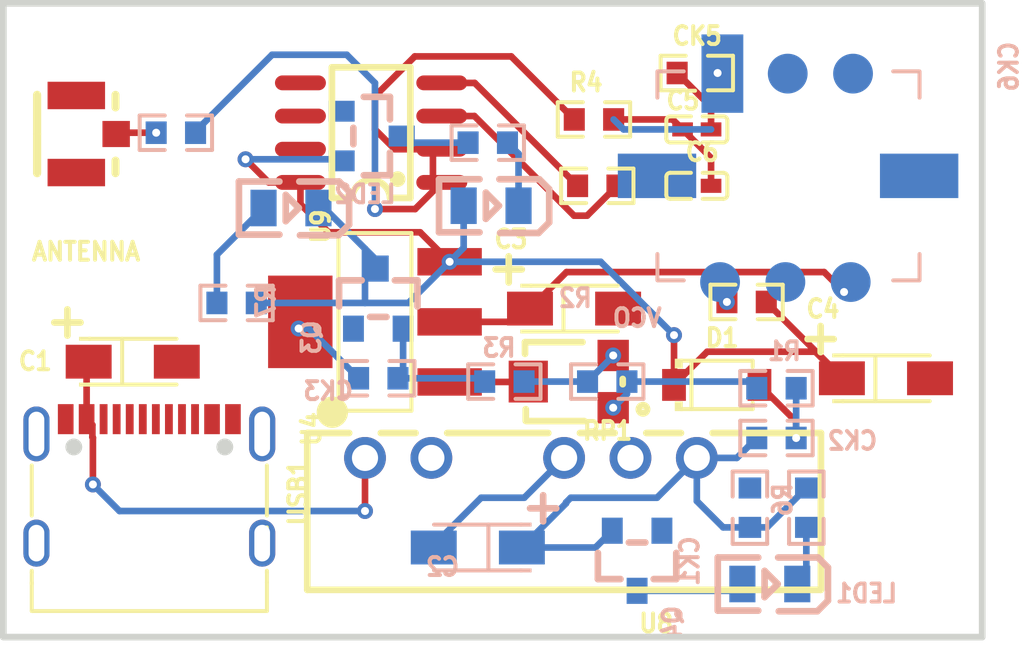
<source format=kicad_pcb>
(kicad_pcb (version 20240108) (generator "pcbnew") (generator_version "8.0")
  (layers (0 "F.Cu" signal "Top Layer") (31 "B.Cu" signal "Bottom Layer") (34 "B.Paste" user "Bottom Paste Mask Layer") (35 "F.Paste" user "Top Paste Mask Layer") (36 "B.SilkS" user "Bottom Silkscreen Layer") (37 "F.SilkS" user "Top Silkscreen Layer") (38 "B.Mask" user "Bottom Solder Mask Layer") (39 "F.Mask" user "Top Solder Mask Layer") (44 "Edge.Cuts" user "Multi-Layer"))
  (net 0 "")
  (net 1 "GND")
  (net 2 "RFOUT")
  (net 3 "VT")
  (net 4 "POWER")
  (net 5 "VCC+")
  (net 6 "$4N521")
  (net 7 "$4N526")
  (net 8 "SIGNAL")
  (net 9 "$6N421")
  (net 10 "$6N289")
  (net 11 "$3N135")
  (net 12 "$4N812")
  (net 13 "VCC-")
  (net 14 "ADJ")
  (net 15 "VCC9V+")
  (net 16 "$5N863")
  (footprint "ProPrj_Signal-blocker-Minimal_2025-02-25:SOT-223_L6.3-W3.5-P2.30-LS7.0-BR" (layer "F.Cu") (at 145.367 103.716)
    (property "Reference" "U4" (at -2.032 4.826 450) (layer "F.SilkS") (effects (font (size 0.686 0.6285) (thickness 0.1525)) (justify left bottom)))
    (property "Value" "")
    (pad "1" smd rect (at 2.8575 2.3) (size 2.465 1.05) (layers "F.Cu" "F.Paste" "F.Mask") (net 14 "ADJ"))
    (pad "2" smd rect (at 2.8575 0) (size 2.465 1.05) (layers "F.Cu" "F.Paste" "F.Mask") (net 3 "VT"))
    (pad "3" smd rect (at 2.8575 -2.3) (size 2.465 1.05) (layers "F.Cu" "F.Paste" "F.Mask") (net 5 "VCC+"))
    (pad "4" smd rect (at -2.8575 0) (size 2.465 3.54) (layers "F.Cu" "F.Paste" "F.Mask") (net 12 "$4N812"))
  )
  (footprint "ProPrj_Signal-blocker-Minimal_2025-02-25:CAP-SMD_L3.2-W1.6-RD-C7171" (layer "F.Cu") (at 164.925 105.875)
    (property "Reference" "C4" (at -3.127 -2.254 720) (layer "F.SilkS") (effects (font (size 0.686 0.6285) (thickness 0.1525)) (justify left bottom)))
    (property "Value" "")
    (pad "1" smd rect (at -1.6865 0 180) (size 1.7575 1.296) (layers "F.Cu" "F.Paste" "F.Mask") (net 5 "VCC+"))
    (pad "2" smd rect (at 1.6865 0 180) (size 1.7575 1.296) (layers "F.Cu" "F.Paste" "F.Mask") (net 1 "GND"))
  )
  (footprint "ProPrj_Signal-blocker-Minimal_2025-02-25:R0603" (layer "F.Cu") (at 157.686 94.191 180)
    (property "Reference" "CK5" (at 1.016 1.016 -360) (layer "F.SilkS") (effects (font (size 0.686 0.6285) (thickness 0.1525)) (justify left bottom)))
    (property "Value" "")
    (pad "1" smd rect (at -0.7535 0 180) (size 0.8065 0.864) (layers "F.Cu" "F.Paste" "F.Mask") (net 8 "SIGNAL"))
    (pad "2" smd rect (at 0.7535 0 180) (size 0.8065 0.864) (layers "F.Cu" "F.Paste" "F.Mask") (net 9 "$6N421"))
  )
  (footprint "ProPrj_Signal-blocker-Minimal_2025-02-25:RES-ADJ-SMD_3P-L3.0-W3.8-P1.75-BR" (layer "F.Cu") (at 152.86 106.002)
    (property "Reference" "RP1" (at 0.381 2.286 1260) (layer "F.SilkS") (effects (font (size 0.686 0.6285) (thickness 0.1525)) (justify left bottom)))
    (property "Value" "")
    (pad "1" smd rect (at 1.625 1 90) (size 1.2 1.2) (layers "F.Cu" "F.Paste" "F.Mask") (net 7 "$4N526"))
    (pad "2" smd rect (at -1.625 0 90) (size 1.6 1.5) (layers "F.Cu" "F.Paste" "F.Mask") (net 14 "ADJ"))
    (pad "3" smd rect (at 1.625 -1 90) (size 1.2 1.2) (layers "F.Cu" "F.Paste" "F.Mask") (net 6 "$4N521"))
  )
  (footprint "ProPrj_Signal-blocker-Minimal_2025-02-25:TYPE-C-SMD_HDGC_TYPE-C-ZL-104PWB" (layer "F.Cu") (at 136.731 109.812)
    (property "Reference" "USB1" (at 6.096 1.778 450) (layer "F.SilkS") (effects (font (size 0.686 0.6285) (thickness 0.1525)) (justify left bottom)))
    (property "Value" "")
    (fp_poly (pts (xy -2.565 -1.308) (xy -2.5846 -1.419157) (xy -2.641036 -1.516906) (xy -2.7275 -1.589458) (xy -2.833564 -1.628063) (xy -2.946436 -1.628063) (xy -3.0525 -1.589458) (xy -3.138964 -1.516906) (xy -3.1954 -1.419157) (xy -3.215 -1.308) (xy -3.1954 -1.196843) (xy -3.138964 -1.099094) (xy -3.0525 -1.026542) (xy -2.946436 -0.987937) (xy -2.833564 -0.987937) (xy -2.7275 -1.026542) (xy -2.641036 -1.099094) (xy -2.5846 -1.196843)) (fill solid) (layer "Edge.Cuts"))
    (fp_poly (pts (xy 3.215 -1.308) (xy 3.1954 -1.419157) (xy 3.138964 -1.516906) (xy 3.0525 -1.589458) (xy 2.946436 -1.628063) (xy 2.833564 -1.628063) (xy 2.7275 -1.589458) (xy 2.641036 -1.516906) (xy 2.5846 -1.419157) (xy 2.565 -1.308) (xy 2.5846 -1.196843) (xy 2.641036 -1.099094) (xy 2.7275 -1.026542) (xy 2.833564 -0.987937) (xy 2.946436 -0.987937) (xy 3.0525 -1.026542) (xy 3.138964 -1.099094) (xy 3.1954 -1.196843)) (fill solid) (layer "Edge.Cuts"))
    (pad "12" thru_hole oval (at -4.32 -1.8075) (size 1 2.1) (drill oval 0.6 1.7) (layers "*.Cu" "*.Mask") (net 1 "GND"))
    (pad "13" thru_hole oval (at 4.32 -1.8075) (size 1 2.1) (drill oval 0.6 1.7) (layers "*.Cu" "*.Mask") (net 1 "GND"))
    (pad "14" thru_hole oval (at -4.32 2.3725) (size 1 1.8) (drill oval 0.6 1.4) (layers "*.Cu" "*.Mask") (net 1 "GND"))
    (pad "15" thru_hole oval (at 4.32 2.3725) (size 1 1.8) (drill oval 0.6 1.4) (layers "*.Cu" "*.Mask") (net 1 "GND"))
    (pad "A1B12" smd rect (at -3.2 -2.3725) (size 0.6 1.15) (layers "F.Cu" "F.Paste" "F.Mask") (net 1 "GND"))
    (pad "A4B9" smd rect (at -2.4 -2.3725) (size 0.6 1.15) (layers "F.Cu" "F.Paste" "F.Mask") (net 4 "POWER"))
    (pad "A5" smd rect (at -1.25 -2.3725) (size 0.3 1.15) (layers "F.Cu" "F.Paste" "F.Mask"))
    (pad "A6" smd rect (at -0.25 -2.3725) (size 0.3 1.15) (layers "F.Cu" "F.Paste" "F.Mask"))
    (pad "A7" smd rect (at 0.25 -2.3725) (size 0.3 1.15) (layers "F.Cu" "F.Paste" "F.Mask"))
    (pad "A8" smd rect (at 1.25 -2.3725) (size 0.3 1.15) (layers "F.Cu" "F.Paste" "F.Mask"))
    (pad "A9B4" smd rect (at 2.4 -2.3725) (size 0.6 1.15) (layers "F.Cu" "F.Paste" "F.Mask") (net 4 "POWER"))
    (pad "A12B1" smd rect (at 3.2 -2.3725) (size 0.6 1.15) (layers "F.Cu" "F.Paste" "F.Mask") (net 1 "GND"))
    (pad "B5" smd rect (at 1.75 -2.3725) (size 0.3 1.15) (layers "F.Cu" "F.Paste" "F.Mask"))
    (pad "B6" smd rect (at 0.75 -2.3725) (size 0.3 1.15) (layers "F.Cu" "F.Paste" "F.Mask"))
    (pad "B7" smd rect (at -0.75 -2.3725) (size 0.3 1.15) (layers "F.Cu" "F.Paste" "F.Mask"))
    (pad "B8" smd rect (at -1.75 -2.3725) (size 0.3 1.15) (layers "F.Cu" "F.Paste" "F.Mask"))
  )
  (footprint "ProPrj_Signal-blocker-Minimal_2025-02-25:C0402" (layer "F.Cu") (at 157.686 98.509)
    (property "Reference" "C6" (at -0.508 -0.889 1080) (layer "F.SilkS") (effects (font (size 0.686 0.6285) (thickness 0.1525)) (justify left bottom)))
    (property "Value" "")
    (pad "1" smd rect (at -0.545 0) (size 0.79 0.54) (layers "F.Cu" "F.Paste" "F.Mask") (net 10 "$6N289"))
    (pad "2" smd rect (at 0.545 0) (size 0.79 0.54) (layers "F.Cu" "F.Paste" "F.Mask") (net 9 "$6N421"))
  )
  (footprint "ProPrj_Signal-blocker-Minimal_2025-02-25:PWRM-TH_A05XXS-1WR3" (layer "F.Cu") (at 151.336 108.923)
    (property "Reference" "U8" (at 4.064 6.731 360) (layer "F.SilkS") (effects (font (size 0.686 0.6285) (thickness 0.1525)) (justify left bottom)))
    (property "Value" "")
    (pad "1" thru_hole circle (at -6.35 0) (size 1.6 1.6) (drill 1) (layers "*.Cu" "*.Mask") (net 4 "POWER"))
    (pad "2" thru_hole circle (at -3.81 0) (size 1.6 1.6) (drill 1) (layers "*.Cu" "*.Mask") (net 1 "GND"))
    (pad "4" thru_hole circle (at 1.27 0) (size 1.6 1.6) (drill 1) (layers "*.Cu" "*.Mask") (net 13 "VCC-"))
    (pad "5" thru_hole circle (at 3.81 0) (size 1.6 1.6) (drill 1) (layers "*.Cu" "*.Mask"))
    (pad "6" thru_hole circle (at 6.35 0) (size 1.6 1.6) (drill 1) (layers "*.Cu" "*.Mask") (net 15 "VCC9V+"))
  )
  (footprint "ProPrj_Signal-blocker-Minimal_2025-02-25:R0603" (layer "F.Cu") (at 159.591 102.954 180)
    (property "Reference" "CK4" (hide yes))
    (property "Value" "")
    (pad "1" smd rect (at -0.7535 0 180) (size 0.8065 0.864) (layers "F.Cu" "F.Paste" "F.Mask") (net 5 "VCC+"))
    (pad "2" smd rect (at 0.7535 0 180) (size 0.8065 0.864) (layers "F.Cu" "F.Paste" "F.Mask") (net 5 "VCC+"))
  )
  (footprint "ProPrj_Signal-blocker-Minimal_2025-02-25:CAP-SMD_L3.2-W1.6-RD-C7171" (layer "F.Cu") (at 136.096 105.24)
    (property "Reference" "C1" (at -4.445 0.381 360) (layer "F.SilkS") (effects (font (size 0.686 0.6285) (thickness 0.1525)) (justify left bottom)))
    (property "Value" "")
    (pad "1" smd rect (at -1.6865 0 180) (size 1.7575 1.296) (layers "F.Cu" "F.Paste" "F.Mask") (net 4 "POWER"))
    (pad "2" smd rect (at 1.6865 0 180) (size 1.7575 1.296) (layers "F.Cu" "F.Paste" "F.Mask") (net 1 "GND"))
  )
  (footprint "ProPrj_Signal-blocker-Minimal_2025-02-25:SOD-123_L2.7-W1.6-LS3.7-RD" (layer "F.Cu") (at 158.448 106.129)
    (property "Reference" "D1" (at -0.508 -1.397 1800) (layer "F.SilkS") (effects (font (size 0.686 0.6285) (thickness 0.1525)) (justify left bottom)))
    (property "Value" "")
    (pad "1" smd rect (at -1.635 0) (size 0.91 1.22) (layers "F.Cu" "F.Paste" "F.Mask") (net 5 "VCC+"))
    (pad "2" smd rect (at 1.635 0) (size 0.91 1.22) (layers "F.Cu" "F.Paste" "F.Mask") (net 5 "VCC+"))
  )
  (footprint "ProPrj_Signal-blocker-Minimal_2025-02-25:SOIC-8_L5.0-W4.0-P1.27-LS6.0-BL" (layer "F.Cu") (at 145.22 96.4735 90)
    (property "Reference" "U9" (at -4.318 -1.524 810) (layer "F.SilkS") (effects (font (size 0.686 0.6285) (thickness 0.1525)) (justify left bottom)))
    (property "Value" "")
    (pad "1" smd oval (at -1.905 2.705 90) (size 0.5685 1.95) (layers "F.Cu" "F.Paste" "F.Mask") (net 2 "RFOUT"))
    (pad "2" smd oval (at -0.635 2.705 90) (size 0.5685 1.95) (layers "F.Cu" "F.Paste" "F.Mask") (net 2 "RFOUT"))
    (pad "3" smd oval (at 0.635 2.705 90) (size 0.5685 1.95) (layers "F.Cu" "F.Paste" "F.Mask") (net 10 "$6N289"))
    (pad "4" smd oval (at 1.905 2.705 90) (size 0.5685 1.95) (layers "F.Cu" "F.Paste" "F.Mask") (net 1 "GND"))
    (pad "5" smd oval (at 1.905 -2.705 90) (size 0.5685 1.95) (layers "F.Cu" "F.Paste" "F.Mask"))
    (pad "6" smd oval (at 0.635 -2.705 90) (size 0.5685 1.95) (layers "F.Cu" "F.Paste" "F.Mask"))
    (pad "7" smd oval (at -0.635 -2.705 90) (size 0.5685 1.95) (layers "F.Cu" "F.Paste" "F.Mask"))
    (pad "8" smd oval (at -1.905 -2.705 90) (size 0.5685 1.95) (layers "F.Cu" "F.Paste" "F.Mask") (net 5 "VCC+"))
  )
  (footprint "ProPrj_Signal-blocker-Minimal_2025-02-25:CAP-SMD_L3.2-W1.6-RD-C7171" (layer "F.Cu") (at 152.987 103.208)
    (property "Reference" "C3" (at -3.127 -2.254 0) (layer "F.SilkS") (effects (font (size 0.686 0.6285) (thickness 0.1525)) (justify left bottom)))
    (property "Value" "")
    (pad "1" smd rect (at -1.6865 0 180) (size 1.7575 1.296) (layers "F.Cu" "F.Paste" "F.Mask") (net 3 "VT"))
    (pad "2" smd rect (at 1.6865 0 180) (size 1.7575 1.296) (layers "F.Cu" "F.Paste" "F.Mask") (net 1 "GND"))
  )
  (footprint "ProPrj_Signal-blocker-Minimal_2025-02-25:wire" (layer "F.Cu") (at 132.159 98.636 90)
    (property "Reference" "ANTENNA" (at -2.794 0 360) (layer "F.SilkS") (effects (font (size 0.686 0.6285) (thickness 0.1525)) (justify left bottom)))
    (property "Value" "")
    (pad "1" smd rect (at 0.635 1.778 180) (size 2.2 1.05) (layers "F.Cu" "F.Paste" "F.Mask") (net 1 "GND"))
    (pad "2" smd rect (at 2.11 3.303 90) (size 1 1.05) (layers "F.Cu" "F.Paste" "F.Mask") (net 11 "$3N135"))
    (pad "3" smd rect (at 3.585 1.778 180) (size 2.2 1.05) (layers "F.Cu" "F.Paste" "F.Mask") (net 1 "GND"))
  )
  (footprint "ProPrj_Signal-blocker-Minimal_2025-02-25:C0402" (layer "F.Cu") (at 157.686 96.35)
    (property "Reference" "C5" (at -1.245 -0.702 1080) (layer "F.SilkS") (effects (font (size 0.686 0.6285) (thickness 0.1525)) (justify left bottom)))
    (property "Value" "")
    (pad "1" smd rect (at -0.545 0) (size 0.79 0.54) (layers "F.Cu" "F.Paste" "F.Mask") (net 9 "$6N421"))
    (pad "2" smd rect (at 0.545 0) (size 0.79 0.54) (layers "F.Cu" "F.Paste" "F.Mask") (net 9 "$6N421"))
  )
  (footprint "ProPrj_Signal-blocker-Minimal_2025-02-25:R0603" (layer "F.Cu") (at 153.876 98.509)
    (property "Reference" "R5" (hide yes))
    (property "Value" "")
    (pad "1" smd rect (at -0.7535 0) (size 0.8065 0.864) (layers "F.Cu" "F.Paste" "F.Mask") (net 1 "GND"))
    (pad "2" smd rect (at 0.7535 0) (size 0.8065 0.864) (layers "F.Cu" "F.Paste" "F.Mask") (net 10 "$6N289"))
  )
  (footprint "ProPrj_Signal-blocker-Minimal_2025-02-25:R0603" (layer "F.Cu") (at 153.749 95.969 180)
    (property "Reference" "R4" (at 1.016 1.016 360) (layer "F.SilkS") (effects (font (size 0.686 0.6285) (thickness 0.1525)) (justify left bottom)))
    (property "Value" "")
    (pad "1" smd rect (at -0.7535 0 180) (size 0.8065 0.864) (layers "F.Cu" "F.Paste" "F.Mask") (net 9 "$6N421"))
    (pad "2" smd rect (at 0.7535 0 180) (size 0.8065 0.864) (layers "F.Cu" "F.Paste" "F.Mask") (net 2 "RFOUT"))
  )
  (footprint "ProPrj_Signal-blocker-Minimal_2025-02-25:R0603" (layer "B.Cu") (at 154.257 106.002)
    (property "Reference" "R2" (at -0.508 -2.794 -1260) (layer "B.SilkS") (effects (font (size 0.686 0.6285) (thickness 0.1525)) (justify left bottom mirror)))
    (property "Value" "")
    (pad "1" smd rect (at -0.7535 0) (size 0.8065 0.864) (layers "B.Cu" "B.Paste" "B.Mask") (net 6 "$4N521"))
    (pad "2" smd rect (at 0.7535 0) (size 0.8065 0.864) (layers "B.Cu" "B.Paste" "B.Mask") (net 7 "$4N526"))
  )
  (footprint "ProPrj_Signal-blocker-Minimal_2025-02-25:CAP-SMD_L3.2-W1.6-RD-C7171" (layer "B.Cu") (at 149.304 112.352 180)
    (property "Reference" "C2" (at 0.635 -1.143 -1980) (layer "B.SilkS") (effects (font (size 0.686 0.6285) (thickness 0.1525)) (justify left bottom mirror)))
    (property "Value" "")
    (pad "1" smd rect (at -1.6865 0) (size 1.7575 1.296) (layers "B.Cu" "B.Paste" "B.Mask") (net 15 "VCC9V+"))
    (pad "2" smd rect (at 1.6865 0) (size 1.7575 1.296) (layers "B.Cu" "B.Paste" "B.Mask") (net 13 "VCC-"))
  )
  (footprint "ProPrj_Signal-blocker-Minimal_2025-02-25:R0603" (layer "B.Cu") (at 140.0715 102.9915 180)
    (property "Reference" "R7" (at -1.524 0.762 -450) (layer "B.SilkS") (effects (font (size 0.686 0.6285) (thickness 0.1525)) (justify left bottom mirror)))
    (property "Value" "")
    (pad "1" smd rect (at -0.7535 0 180) (size 0.8065 0.864) (layers "B.Cu" "B.Paste" "B.Mask") (net 5 "VCC+"))
    (pad "2" smd rect (at 0.7535 0 180) (size 0.8065 0.864) (layers "B.Cu" "B.Paste" "B.Mask") (net 16 "$5N863"))
  )
  (footprint "ProPrj_Signal-blocker-Minimal_2025-02-25:R0603" (layer "B.Cu") (at 145.494 105.875)
    (property "Reference" "CK3" (at -0.889 0.889 -900) (layer "B.SilkS") (effects (font (size 0.686 0.6285) (thickness 0.1525)) (justify left bottom mirror)))
    (property "Value" "")
    (pad "1" smd rect (at -0.7535 0) (size 0.8065 0.864) (layers "B.Cu" "B.Paste" "B.Mask") (net 12 "$4N812"))
    (pad "2" smd rect (at 0.7535 0) (size 0.8065 0.864) (layers "B.Cu" "B.Paste" "B.Mask") (net 7 "$4N526"))
  )
  (footprint "ProPrj_Signal-blocker-Minimal_2025-02-25:R0603" (layer "B.Cu") (at 159.718 110.828 -90)
    (property "Reference" "CK1" (at 1.016 1.905 -810) (layer "B.SilkS") (effects (font (size 0.686 0.6285) (thickness 0.1525)) (justify left bottom mirror)))
    (property "Value" "")
    (pad "1" smd rect (at -0.7535 0 270) (size 0.8065 0.864) (layers "B.Cu" "B.Paste" "B.Mask") (net 15 "VCC9V+"))
    (pad "2" smd rect (at 0.7535 0 270) (size 0.8065 0.864) (layers "B.Cu" "B.Paste" "B.Mask") (net 15 "VCC9V+"))
  )
  (footprint "ProPrj_Signal-blocker-Minimal_2025-02-25:LED0805-R-RD" (layer "B.Cu") (at 160.48 113.749 180)
    (property "Reference" "LED1" (at -4.953 -0.762 -0) (layer "B.SilkS") (effects (font (size 0.686 0.6285) (thickness 0.1525)) (justify left bottom mirror)))
    (property "Value" "")
    (pad "1" smd rect (at 1.0505 0) (size 1 1.3995) (layers "B.Cu" "B.Paste" "B.Mask") (net 15 "VCC9V+"))
    (pad "2" smd rect (at -1.0505 0) (size 1 1.3995) (layers "B.Cu" "B.Paste" "B.Mask") (net 15 "VCC9V+"))
  )
  (footprint "ProPrj_Signal-blocker-Minimal_2025-02-25:R0603" (layer "B.Cu") (at 137.747 96.477 180)
    (property "Reference" "CK6" (at -32.28 3.5585 450) (layer "B.SilkS") (effects (font (size 0.686 0.6285) (thickness 0.1525)) (justify left bottom mirror)))
    (property "Value" "")
    (pad "1" smd rect (at -0.7535 0 180) (size 0.8065 0.864) (layers "B.Cu" "B.Paste" "B.Mask") (net 2 "RFOUT"))
    (pad "2" smd rect (at 0.7535 0 180) (size 0.8065 0.864) (layers "B.Cu" "B.Paste" "B.Mask") (net 11 "$3N135"))
  )
  (footprint "ProPrj_Signal-blocker-Minimal_2025-02-25:R0603" (layer "B.Cu") (at 160.734 108.161)
    (property "Reference" "CK2" (at 3.937 0.508 -360) (layer "B.SilkS") (effects (font (size 0.686 0.6285) (thickness 0.1525)) (justify left bottom mirror)))
    (property "Value" "")
    (pad "1" smd rect (at -0.7535 0) (size 0.8065 0.864) (layers "B.Cu" "B.Paste" "B.Mask") (net 15 "VCC9V+"))
    (pad "2" smd rect (at 0.7535 0) (size 0.8065 0.864) (layers "B.Cu" "B.Paste" "B.Mask") (net 5 "VCC+"))
  )
  (footprint "ProPrj_Signal-blocker-Minimal_2025-02-25:LED0805-R-RD" (layer "B.Cu") (at 149.812 99.271 180)
    (property "Reference" "LED2" (hide yes))
    (property "Value" "")
    (pad "1" smd rect (at 1.0505 0) (size 1 1.3995) (layers "B.Cu" "B.Paste" "B.Mask") (net 5 "VCC+"))
    (pad "2" smd rect (at -1.0505 0) (size 1 1.3995) (layers "B.Cu" "B.Paste" "B.Mask") (net 16 "$5N863"))
  )
  (footprint "ProPrj_Signal-blocker-Minimal_2025-02-25:S8050_SOT-23" (layer "B.Cu") (at 155.273 112.86 90)
    (property "Reference" "Q4" (at -1.65 1.881 270) (layer "B.SilkS") (effects (font (size 0.686 0.6285) (thickness 0.1525)) (justify left bottom mirror)))
    (property "Value" "")
    (pad "1" smd rect (at 1.15 -0.823 270) (size 1 0.8) (layers "B.Cu" "B.Paste" "B.Mask") (net 15 "VCC9V+"))
    (pad "2" smd rect (at 1.15 1.077 270) (size 1 0.8) (layers "B.Cu" "B.Paste" "B.Mask") (net 1 "GND"))
    (pad "3" smd rect (at -1.15 0.127 270) (size 1 0.8) (layers "B.Cu" "B.Paste" "B.Mask") (net 15 "VCC9V+"))
  )
  (footprint "ProPrj_Signal-blocker-Minimal_2025-02-25:LED0805-R-RD" (layer "B.Cu") (at 142.153 99.3585 180)
    (property "Reference" "LED2" (at -4.0855 0.1275 -0) (layer "B.SilkS") (effects (font (size 0.686 0.6285) (thickness 0.1525)) (justify left bottom mirror)))
    (property "Value" "")
    (pad "1" smd rect (at 1.0505 0) (size 1 1.3995) (layers "B.Cu" "B.Paste" "B.Mask") (net 16 "$5N863"))
    (pad "2" smd rect (at -1.0505 0) (size 1 1.3995) (layers "B.Cu" "B.Paste" "B.Mask") (net 5 "VCC+"))
  )
  (footprint "ProPrj_Signal-blocker-Minimal_2025-02-25:R0603" (layer "B.Cu") (at 150.32 106.002 180)
    (property "Reference" "R3" (at -0.508 0.889 -360) (layer "B.SilkS") (effects (font (size 0.686 0.6285) (thickness 0.1525)) (justify left bottom mirror)))
    (property "Value" "")
    (pad "1" smd rect (at -0.7535 0 180) (size 0.8065 0.864) (layers "B.Cu" "B.Paste" "B.Mask") (net 6 "$4N521"))
    (pad "2" smd rect (at 0.7535 0 180) (size 0.8065 0.864) (layers "B.Cu" "B.Paste" "B.Mask") (net 7 "$4N526"))
  )
  (footprint "ProPrj_Signal-blocker-Minimal_2025-02-25:R0603" (layer "B.Cu") (at 161.877 110.828 -90)
    (property "Reference" "R6" (at -1.016 0.508 450) (layer "B.SilkS") (effects (font (size 0.686 0.6285) (thickness 0.1525)) (justify left bottom mirror)))
    (property "Value" "")
    (pad "1" smd rect (at -0.7535 0 270) (size 0.8065 0.864) (layers "B.Cu" "B.Paste" "B.Mask") (net 15 "VCC9V+"))
    (pad "2" smd rect (at 0.7535 0 270) (size 0.8065 0.864) (layers "B.Cu" "B.Paste" "B.Mask") (net 15 "VCC9V+"))
  )
  (footprint "ProPrj_Signal-blocker-Minimal_2025-02-25:R0603" (layer "B.Cu") (at 149.685 96.858)
    (property "Reference" "R6" (hide yes))
    (property "Value" "")
    (pad "1" smd rect (at -0.7535 0) (size 0.8065 0.864) (layers "B.Cu" "B.Paste" "B.Mask") (net 5 "VCC+"))
    (pad "2" smd rect (at 0.7535 0) (size 0.8065 0.864) (layers "B.Cu" "B.Paste" "B.Mask") (net 16 "$5N863"))
  )
  (footprint "ProPrj_Signal-blocker-Minimal_2025-02-25:S8050_SOT-23" (layer "B.Cu") (at 145.24 96.731 180)
    (property "Reference" "Q3" (hide yes))
    (property "Value" "")
    (pad "1" smd rect (at 1.15 -0.823) (size 1 0.8) (layers "B.Cu" "B.Paste" "B.Mask") (net 5 "VCC+"))
    (pad "2" smd rect (at 1.15 1.077) (size 1 0.8) (layers "B.Cu" "B.Paste" "B.Mask") (net 1 "GND"))
    (pad "3" smd rect (at -1.15 0.127) (size 1 0.8) (layers "B.Cu" "B.Paste" "B.Mask") (net 5 "VCC+"))
  )
  (footprint "ProPrj_Signal-blocker-Minimal_2025-02-25:S8050_SOT-23" (layer "B.Cu") (at 145.621 102.827 -90)
    (property "Reference" "Q3" (at 0.762 2.286 450) (layer "B.SilkS") (effects (font (size 0.686 0.6285) (thickness 0.1525)) (justify left bottom mirror)))
    (property "Value" "")
    (pad "1" smd rect (at 1.15 -0.823 90) (size 1 0.8) (layers "B.Cu" "B.Paste" "B.Mask") (net 7 "$4N526"))
    (pad "2" smd rect (at 1.15 1.077 90) (size 1 0.8) (layers "B.Cu" "B.Paste" "B.Mask") (net 1 "GND"))
    (pad "3" smd rect (at -1.15 0.127 90) (size 1 0.8) (layers "B.Cu" "B.Paste" "B.Mask") (net 5 "VCC+"))
  )
  (footprint "ProPrj_Signal-blocker-Minimal_2025-02-25:1234" (layer "B.Cu") (at 160.607 98.128)
    (property "Reference" "VCO" (at -4.191 5.842 -360) (layer "B.SilkS") (effects (font (size 0.686 0.6285) (thickness 0.1525)) (justify left bottom mirror)))
    (property "Value" "")
    (pad "1" smd circle (at -2.0315 4.064) (size 1.524 1.524) (layers "B.Cu" "B.Paste" "B.Mask") (net 5 "VCC+"))
    (pad "2" smd circle (at 0.4685 4.064) (size 1.524 1.524) (layers "B.Cu" "B.Paste" "B.Mask") (net 1 "GND"))
    (pad "3" smd circle (at 2.9685 4.064) (size 1.524 1.524) (layers "B.Cu" "B.Paste" "B.Mask") (net 3 "VT"))
    (pad "4" smd rect (at -4.445 0 270) (size 1.7005 3) (layers "B.Cu" "B.Paste" "B.Mask") (net 1 "GND"))
    (pad "5" smd rect (at 5.588 0 270) (size 1.7 3) (layers "B.Cu" "B.Paste" "B.Mask") (net 1 "GND"))
    (pad "6" smd rect (at -1.942 -3.913) (size 1.6 3) (layers "B.Cu" "B.Paste" "B.Mask") (net 8 "SIGNAL"))
    (pad "7" smd circle (at 0.558 -3.913) (size 1.524 1.524) (layers "B.Cu" "B.Paste" "B.Mask") (net 1 "GND"))
    (pad "8" smd circle (at 3.058 -3.913) (size 1.524 1.524) (layers "B.Cu" "B.Paste" "B.Mask") (net 1 "GND"))
  )
  (footprint "ProPrj_Signal-blocker-Minimal_2025-02-25:R0603" (layer "B.Cu") (at 160.734 106.256 180)
    (property "Reference" "R1" (at -1.016 1.016 -360) (layer "B.SilkS") (effects (font (size 0.686 0.6285) (thickness 0.1525)) (justify left bottom mirror)))
    (property "Value" "")
    (pad "1" smd rect (at -0.7535 0 180) (size 0.8065 0.864) (layers "B.Cu" "B.Paste" "B.Mask") (net 5 "VCC+"))
    (pad "2" smd rect (at 0.7535 0 180) (size 0.8065 0.864) (layers "B.Cu" "B.Paste" "B.Mask") (net 7 "$4N526"))
  )
  (gr_rect (start 131.143 91.524) (end 168.608 115.781) (stroke (width 0.254)) (fill none) (layer "Edge.Cuts"))
  (segment (start 147.9285 94.572) (end 147.925 94.5685) (width 0.254) (layer "F.Cu") (net 1))
  (segment (start 149.1855 94.572) (end 147.9285 94.572) (width 0.254) (layer "F.Cu") (net 1))
  (segment (start 153.1225 98.509) (end 149.1855 94.572) (width 0.254) (layer "F.Cu") (net 1))
  (segment (start 152.9955 95.969) (end 150.5825 93.556) (width 0.254) (layer "F.Cu") (net 2))
  (segment (start 146.1255 97.1085) (end 147.586 97.1085) (width 0.254) (layer "F.Cu") (net 2))
  (segment (start 145.367 96.35) (end 146.1255 97.1085) (width 0.254) (layer "F.Cu") (net 2))
  (segment (start 145.367 95.08) (end 145.367 96.35) (width 0.254) (layer "F.Cu") (net 2))
  (segment (start 147.925 98.3785) (end 146.906 99.398) (width 0.254) (layer "F.Cu") (net 2))
  (segment (start 147.586 97.1085) (end 147.925 97.1085) (width 0.254) (layer "F.Cu") (net 2))
  (segment (start 147.586 97.1085) (end 147.586 98.25) (width 0.254) (layer "F.Cu") (net 2))
  (segment (start 146.906 99.398) (end 145.367 99.398) (width 0.254) (layer "F.Cu") (net 2))
  (segment (start 150.5825 93.556) (end 146.891 93.556) (width 0.254) (layer "F.Cu") (net 2))
  (segment (start 146.891 93.556) (end 145.367 95.08) (width 0.254) (layer "F.Cu") (net 2))
  (via (at 145.367 99.398) (size 0.61) (drill 0.305) (layers "F.Cu" "B.Cu") (net 2))
  (segment (start 138.5005 96.422) (end 138.5005 96.477) (width 0.254) (layer "B.Cu") (net 2))
  (segment (start 144.2875 93.4925) (end 141.43 93.4925) (width 0.254) (layer "B.Cu") (net 2))
  (segment (start 141.43 93.4925) (end 138.5005 96.422) (width 0.254) (layer "B.Cu") (net 2))
  (segment (start 145.367 94.572) (end 144.2875 93.4925) (width 0.254) (layer "B.Cu") (net 2))
  (segment (start 145.367 99.398) (end 145.367 94.572) (width 0.254) (layer "B.Cu") (net 2))
  (segment (start 148.2245 103.716) (end 150.7925 103.716) (width 0.254) (layer "F.Cu") (net 3))
  (segment (start 151.3005 103.208) (end 152.6975 101.811) (width 0.254) (layer "F.Cu") (net 3))
  (segment (start 162.5595 101.811) (end 163.3215 102.573) (width 0.254) (layer "F.Cu") (net 3))
  (segment (start 150.7925 103.716) (end 151.3005 103.208) (width 0.254) (layer "F.Cu") (net 3))
  (segment (start 152.6975 101.811) (end 162.5595 101.811) (width 0.254) (layer "F.Cu") (net 3))
  (via (at 163.3215 102.573) (size 0.61) (drill 0.305) (layers "F.Cu" "B.Cu") (net 3))
  (segment (start 134.552 107.6605) (end 134.331 107.4395) (width 0.254) (layer "F.Cu") (net 4))
  (segment (start 144.986 108.923) (end 144.986 110.955) (width 0.254) (layer "F.Cu") (net 4))
  (segment (start 134.552 108.13) (end 134.552 107.6605) (width 0.254) (layer "F.Cu") (net 4))
  (segment (start 134.331 107.4395) (end 134.331 105.3185) (width 0.254) (layer "F.Cu") (net 4))
  (segment (start 134.572 108.15) (end 134.552 108.13) (width 0.254) (layer "F.Cu") (net 4))
  (segment (start 134.331 105.3185) (end 134.4095 105.24) (width 0.254) (layer "F.Cu") (net 4))
  (segment (start 134.572 109.939) (end 134.572 108.15) (width 0.254) (layer "F.Cu") (net 4))
  (via (at 134.572 109.939) (size 0.61) (drill 0.305) (layers "F.Cu" "B.Cu") (net 4))
  (via (at 144.986 110.955) (size 0.61) (drill 0.305) (layers "F.Cu" "B.Cu") (net 4))
  (segment (start 135.588 110.955) (end 144.986 110.955) (width 0.254) (layer "B.Cu") (net 4))
  (segment (start 134.572 109.939) (end 135.588 110.955) (width 0.254) (layer "B.Cu") (net 4))
  (segment (start 162.2225 104.859) (end 163.2385 105.875) (width 0.254) (layer "F.Cu") (net 5))
  (segment (start 148.2245 101.416) (end 147.0955 100.287) (width 0.254) (layer "F.Cu") (net 5))
  (segment (start 143.589 100.287) (end 142.515 99.213) (width 0.254) (layer "F.Cu") (net 5))
  (segment (start 161.4875 107.5335) (end 161.4875 108.161) (width 0.254) (layer "F.Cu") (net 5))
  (segment (start 142.515 98.3785) (end 141.2995 98.3785) (width 0.254) (layer "F.Cu") (net 5))
  (segment (start 163.2385 105.8485) (end 163.2385 105.875) (width 0.254) (layer "F.Cu") (net 5))
  (segment (start 160.3445 102.954) (end 163.2385 105.8485) (width 0.254) (layer "F.Cu") (net 5))
  (segment (start 142.515 99.213) (end 142.515 98.3785) (width 0.254) (layer "F.Cu") (net 5))
  (segment (start 156.813 106.129) (end 156.813 104.224) (width 0.254) (layer "F.Cu") (net 5))
  (segment (start 160.083 106.129) (end 161.4875 107.5335) (width 0.254) (layer "F.Cu") (net 5))
  (segment (start 156.813 106.129) (end 158.083 104.859) (width 0.254) (layer "F.Cu") (net 5))
  (segment (start 158.083 104.859) (end 162.2225 104.859) (width 0.254) (layer "F.Cu") (net 5))
  (segment (start 141.2995 98.3785) (end 140.414 97.493) (width 0.254) (layer "F.Cu") (net 5))
  (segment (start 147.0955 100.287) (end 143.589 100.287) (width 0.254) (layer "F.Cu") (net 5))
  (via (at 140.414 97.493) (size 0.61) (drill 0.305) (layers "F.Cu" "B.Cu") (net 5))
  (via (at 161.4875 108.161) (size 0.61) (drill 0.305) (layers "F.Cu" "B.Cu") (net 5))
  (via (at 156.813 104.224) (size 0.61) (drill 0.305) (layers "F.Cu" "B.Cu") (net 5))
  (via (at 158.8375 102.954) (size 0.61) (drill 0.305) (layers "F.Cu" "B.Cu") (net 5))
  (via (at 148.2245 101.416) (size 0.61) (drill 0.305) (layers "F.Cu" "B.Cu") (net 5))
  (segment (start 140.414 97.493) (end 144.029 97.493) (width 0.254) (layer "B.Cu") (net 5))
  (segment (start 148.2245 101.416) (end 148.7615 100.879) (width 0.254) (layer "B.Cu") (net 5))
  (segment (start 140.825 102.9915) (end 144.986 102.9915) (width 0.254) (layer "B.Cu") (net 5))
  (segment (start 161.4875 106.256) (end 161.4875 108.161) (width 0.254) (layer "B.Cu") (net 5))
  (segment (start 144.986 100.915) (end 143.429 99.3585) (width 0.254) (layer "B.Cu") (net 5))
  (segment (start 145.494 101.423) (end 144.986 100.915) (width 0.254) (layer "B.Cu") (net 5))
  (segment (start 148.9315 96.858) (end 146.644 96.858) (width 0.254) (layer "B.Cu") (net 5))
  (segment (start 146.649 102.9915) (end 148.2245 101.416) (width 0.254) (layer "B.Cu") (net 5))
  (segment (start 144.029 97.493) (end 144.09 97.554) (width 0.254) (layer "B.Cu") (net 5))
  (segment (start 148.2245 101.416) (end 154.005 101.416) (width 0.254) (layer "B.Cu") (net 5))
  (segment (start 148.7615 100.879) (end 148.7615 99.271) (width 0.254) (layer "B.Cu") (net 5))
  (segment (start 146.644 96.858) (end 146.39 96.604) (width 0.254) (layer "B.Cu") (net 5))
  (segment (start 143.429 99.3585) (end 143.203 99.3585) (width 0.254) (layer "B.Cu") (net 5))
  (segment (start 154.005 101.416) (end 156.813 104.224) (width 0.254) (layer "B.Cu") (net 5))
  (segment (start 144.986 102.9915) (end 144.986 100.915) (width 0.254) (layer "B.Cu") (net 5))
  (segment (start 144.986 102.9915) (end 146.649 102.9915) (width 0.254) (layer "B.Cu") (net 5))
  (via (at 154.485 105.002) (size 0.61) (drill 0.305) (layers "F.Cu" "B.Cu") (net 6))
  (segment (start 154.485 105.0205) (end 154.485 105.002) (width 0.254) (layer "B.Cu") (net 6))
  (segment (start 153.5035 106.002) (end 154.485 105.0205) (width 0.254) (layer "B.Cu") (net 6))
  (segment (start 151.0735 106.002) (end 153.5035 106.002) (width 0.254) (layer "B.Cu") (net 6))
  (via (at 154.485 107.002) (size 0.61) (drill 0.305) (layers "F.Cu" "B.Cu") (net 7))
  (segment (start 155.0105 106.002) (end 155.0105 106.4765) (width 0.254) (layer "B.Cu") (net 7))
  (segment (start 155.0105 106.4765) (end 154.485 107.002) (width 0.254) (layer "B.Cu") (net 7))
  (segment (start 149.4395 105.875) (end 149.5665 106.002) (width 0.254) (layer "B.Cu") (net 7))
  (segment (start 159.7265 106.002) (end 159.9805 106.256) (width 0.254) (layer "B.Cu") (net 7))
  (segment (start 146.444 105.6785) (end 146.2475 105.875) (width 0.254) (layer "B.Cu") (net 7))
  (segment (start 146.444 103.723) (end 146.444 105.6785) (width 0.254) (layer "B.Cu") (net 7))
  (segment (start 155.0105 106.002) (end 159.7265 106.002) (width 0.254) (layer "B.Cu") (net 7))
  (segment (start 146.2475 105.875) (end 149.4395 105.875) (width 0.254) (layer "B.Cu") (net 7))
  (via (at 158.481 94.191) (size 0.61) (drill 0.305) (layers "F.Cu" "B.Cu") (net 8))
  (segment (start 156.9325 94.191) (end 158.231 95.4895) (width 0.254) (layer "F.Cu") (net 9))
  (segment (start 158.231 95.4895) (end 158.231 96.35) (width 0.254) (layer "F.Cu") (net 9))
  (segment (start 154.5025 95.969) (end 156.76 95.969) (width 0.254) (layer "F.Cu") (net 9))
  (segment (start 158.231 97.44) (end 158.231 98.509) (width 0.254) (layer "F.Cu") (net 9))
  (segment (start 156.76 95.969) (end 157.141 96.35) (width 0.254) (layer "F.Cu") (net 9))
  (segment (start 157.141 96.35) (end 158.231 97.44) (width 0.254) (layer "F.Cu") (net 9))
  (segment (start 158.231 96.35) (end 158.2505 96.369) (width 0.254) (layer "F.Cu") (net 9))
  (segment (start 158.231 96.35) (end 154.8835 96.35) (width 0.254) (layer "B.Cu") (net 9))
  (segment (start 154.8835 96.35) (end 154.5025 95.969) (width 0.254) (layer "B.Cu") (net 9))
  (segment (start 152.987 99.652) (end 149.1735 95.8385) (width 0.254) (layer "F.Cu") (net 10))
  (segment (start 149.1735 95.8385) (end 147.925 95.8385) (width 0.254) (layer "F.Cu") (net 10))
  (segment (start 154.6295 98.509) (end 153.4865 99.652) (width 0.254) (layer "F.Cu") (net 10))
  (segment (start 153.4865 99.652) (end 152.987 99.652) (width 0.254) (layer "F.Cu") (net 10))
  (segment (start 154.6295 98.509) (end 157.141 98.509) (width 0.254) (layer "F.Cu") (net 10))
  (segment (start 135.511 96.477) (end 135.462 96.526) (width 0.254) (layer "F.Cu") (net 11))
  (segment (start 136.9935 96.477) (end 135.511 96.477) (width 0.254) (layer "F.Cu") (net 11))
  (via (at 136.9935 96.477) (size 0.61) (drill 0.305) (layers "F.Cu" "B.Cu") (net 11))
  (via (at 142.446 103.97) (size 0.61) (drill 0.305) (layers "F.Cu" "B.Cu") (net 12))
  (segment (start 142.8355 103.97) (end 144.7405 105.875) (width 0.254) (layer "B.Cu") (net 12))
  (segment (start 142.446 103.97) (end 142.8355 103.97) (width 0.254) (layer "B.Cu") (net 12))
  (segment (start 149.431 110.447) (end 147.6175 112.2605) (width 0.254) (layer "B.Cu") (net 13))
  (segment (start 152.606 108.923) (end 151.082 110.447) (width 0.254) (layer "B.Cu") (net 13))
  (segment (start 151.082 110.447) (end 149.431 110.447) (width 0.254) (layer "B.Cu") (net 13))
  (segment (start 147.6175 112.2605) (end 147.6175 112.352) (width 0.254) (layer "B.Cu") (net 13))
  (segment (start 151.221 106.016) (end 148.2245 106.016) (width 0.254) (layer "F.Cu") (net 14))
  (segment (start 151.235 106.002) (end 151.221 106.016) (width 0.254) (layer "F.Cu") (net 14))
  (segment (start 150.9905 112.352) (end 153.808 112.352) (width 0.254) (layer "B.Cu") (net 15))
  (segment (start 159.718 111.5815) (end 160.3705 111.5815) (width 0.254) (layer "B.Cu") (net 15))
  (segment (start 152.6805 110.6265) (end 152.6805 110.662) (width 0.254) (layer "B.Cu") (net 15))
  (segment (start 159.1685 114.01) (end 159.4295 113.749) (width 0.254) (layer "B.Cu") (net 15))
  (segment (start 161.877 113.4025) (end 161.877 111.5815) (width 0.254) (layer "B.Cu") (net 15))
  (segment (start 153.808 112.352) (end 154.45 111.71) (width 0.254) (layer "B.Cu") (net 15))
  (segment (start 159.718 111.5815) (end 158.6935 111.5815) (width 0.254) (layer "B.Cu") (net 15))
  (segment (start 160.3705 111.5815) (end 161.877 110.0745) (width 0.254) (layer "B.Cu") (net 15))
  (segment (start 155.4 114.01) (end 159.1685 114.01) (width 0.254) (layer "B.Cu") (net 15))
  (segment (start 157.686 108.923) (end 159.2185 108.923) (width 0.254) (layer "B.Cu") (net 15))
  (segment (start 159.2185 108.923) (end 159.9805 108.161) (width 0.254) (layer "B.Cu") (net 15))
  (segment (start 157.686 110.574) (end 157.686 108.923) (width 0.254) (layer "B.Cu") (net 15))
  (segment (start 156.162 110.447) (end 152.86 110.447) (width 0.254) (layer "B.Cu") (net 15))
  (segment (start 152.86 110.447) (end 152.6805 110.6265) (width 0.254) (layer "B.Cu") (net 15))
  (segment (start 158.6935 111.5815) (end 157.686 110.574) (width 0.254) (layer "B.Cu") (net 15))
  (segment (start 152.6805 110.662) (end 150.9905 112.352) (width 0.254) (layer "B.Cu") (net 15))
  (segment (start 161.5305 113.749) (end 161.877 113.4025) (width 0.254) (layer "B.Cu") (net 15))
  (segment (start 157.686 108.923) (end 156.162 110.447) (width 0.254) (layer "B.Cu") (net 15))
  (segment (start 150.8625 97.282) (end 150.4385 96.858) (width 0.254) (layer "B.Cu") (net 16))
  (segment (start 139.318 102.9915) (end 139.318 101.143) (width 0.254) (layer "B.Cu") (net 16))
  (segment (start 150.8625 99.271) (end 150.8625 97.282) (width 0.254) (layer "B.Cu") (net 16))
  (segment (start 139.318 101.143) (end 141.1025 99.3585) (width 0.254) (layer "B.Cu") (net 16))
)
</source>
